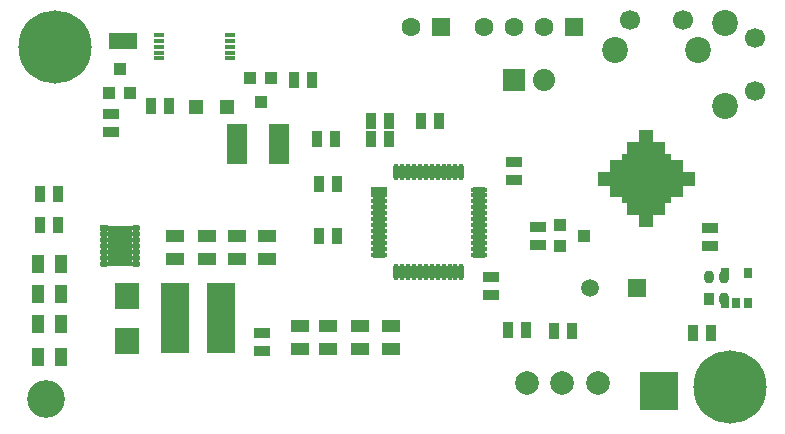
<source format=gts>
G04 (created by PCBNEW-RS274X (2012-01-19 BZR 3256)-stable) date 24/12/2012 01:38:18*
G01*
G70*
G90*
%MOIN*%
G04 Gerber Fmt 3.4, Leading zero omitted, Abs format*
%FSLAX34Y34*%
G04 APERTURE LIST*
%ADD10C,0.006000*%
%ADD11C,0.078700*%
%ADD12R,0.027800X0.037800*%
%ADD13R,0.043800X0.043800*%
%ADD14R,0.046400X0.052800*%
%ADD15R,0.125900X0.125900*%
%ADD16C,0.125900*%
%ADD17R,0.062900X0.062900*%
%ADD18C,0.062900*%
%ADD19R,0.035400X0.043200*%
%ADD20O,0.035400X0.043200*%
%ADD21R,0.062800X0.042800*%
%ADD22R,0.042800X0.062800*%
%ADD23R,0.032800X0.052800*%
%ADD24R,0.052800X0.032800*%
%ADD25R,0.055000X0.019600*%
%ADD26O,0.055000X0.019600*%
%ADD27O,0.019600X0.055000*%
%ADD28R,0.047200X0.047200*%
%ADD29R,0.073800X0.073800*%
%ADD30C,0.073800*%
%ADD31R,0.092400X0.236100*%
%ADD32R,0.066900X0.133800*%
%ADD33C,0.244000*%
%ADD34R,0.078700X0.086500*%
%ADD35R,0.078700X0.137700*%
%ADD36O,0.029500X0.019600*%
%ADD37R,0.029500X0.019600*%
%ADD38R,0.037800X0.017600*%
%ADD39R,0.059000X0.059000*%
%ADD40C,0.059000*%
%ADD41C,0.066900*%
%ADD42C,0.086500*%
%ADD43R,0.062800X0.062800*%
%ADD44C,0.062800*%
G04 APERTURE END LIST*
G54D10*
G54D11*
X65050Y-40150D03*
X66231Y-40150D03*
X63869Y-40150D03*
G54D12*
X70475Y-37500D03*
X71225Y-37500D03*
X70475Y-36500D03*
X70850Y-37500D03*
X71225Y-36500D03*
G54D13*
X54655Y-29985D03*
X55355Y-29985D03*
X55005Y-30785D03*
X50650Y-30500D03*
X49950Y-30500D03*
X50300Y-29700D03*
X64976Y-35607D03*
X64976Y-34907D03*
X65776Y-35257D03*
G54D14*
X50168Y-28750D03*
X50632Y-28750D03*
G54D15*
X68262Y-40435D03*
G54D16*
X47850Y-40700D03*
G54D17*
X65450Y-28300D03*
G54D18*
X64450Y-28300D03*
X63450Y-28300D03*
X62450Y-28300D03*
G54D19*
X69944Y-37374D03*
G54D20*
X70456Y-37374D03*
X70456Y-36626D03*
X69944Y-36626D03*
G54D21*
X55200Y-35275D03*
X55200Y-36025D03*
G54D22*
X48325Y-37200D03*
X47575Y-37200D03*
G54D21*
X53200Y-35275D03*
X53200Y-36025D03*
X52150Y-35275D03*
X52150Y-36025D03*
G54D22*
X48325Y-39300D03*
X47575Y-39300D03*
X48325Y-38200D03*
X47575Y-38200D03*
G54D21*
X54200Y-35275D03*
X54200Y-36025D03*
G54D22*
X48325Y-36200D03*
X47575Y-36200D03*
G54D23*
X64762Y-38430D03*
X65362Y-38430D03*
X48250Y-33850D03*
X47650Y-33850D03*
X63252Y-38411D03*
X63852Y-38411D03*
G54D24*
X64252Y-35576D03*
X64252Y-34976D03*
G54D23*
X60930Y-31417D03*
X60330Y-31417D03*
G54D24*
X49996Y-31198D03*
X49996Y-31798D03*
G54D23*
X56122Y-30061D03*
X56722Y-30061D03*
G54D25*
X58927Y-33717D03*
G54D26*
X58927Y-33913D03*
X58927Y-34110D03*
X58927Y-34307D03*
X58927Y-34504D03*
X58927Y-34701D03*
X58927Y-34898D03*
X58927Y-35095D03*
X58927Y-35291D03*
X58927Y-35488D03*
X58927Y-35685D03*
X58926Y-35882D03*
G54D27*
X59519Y-36473D03*
X59715Y-36473D03*
X59912Y-36473D03*
X60109Y-36473D03*
X60306Y-36473D03*
X60503Y-36473D03*
X60700Y-36473D03*
X60896Y-36473D03*
X61093Y-36473D03*
X61290Y-36473D03*
X61486Y-36473D03*
X61683Y-36473D03*
G54D26*
X62274Y-35883D03*
X62274Y-35686D03*
X62274Y-35489D03*
X62274Y-35292D03*
X62274Y-35095D03*
X62274Y-34898D03*
X62274Y-34701D03*
X62274Y-34505D03*
X62274Y-34308D03*
X62274Y-34111D03*
X62274Y-33914D03*
X62274Y-33717D03*
G54D27*
X61683Y-33127D03*
X61486Y-33127D03*
X61289Y-33127D03*
X61092Y-33127D03*
X60895Y-33127D03*
X60698Y-33127D03*
X60502Y-33127D03*
X60305Y-33127D03*
X60108Y-33127D03*
X59911Y-33127D03*
X59714Y-33127D03*
X59517Y-33127D03*
G54D28*
X68047Y-33153D03*
X67653Y-33153D03*
X67653Y-33547D03*
X68047Y-33547D03*
X68441Y-33547D03*
X68441Y-33153D03*
X68441Y-32759D03*
X68047Y-32759D03*
X67653Y-32759D03*
X67259Y-32759D03*
X67259Y-33153D03*
X67259Y-33547D03*
X67259Y-33941D03*
X67653Y-33941D03*
X68047Y-33941D03*
X68441Y-33941D03*
X68834Y-32956D03*
X68834Y-33350D03*
X68834Y-33744D03*
X68244Y-32366D03*
X67850Y-32366D03*
X67456Y-32366D03*
X66866Y-32956D03*
X66866Y-33350D03*
X66866Y-33744D03*
X67456Y-34334D03*
X67850Y-34334D03*
X68244Y-34334D03*
X66472Y-33350D03*
X67850Y-31972D03*
X69228Y-33350D03*
X67850Y-34728D03*
G54D29*
X63450Y-30050D03*
G54D30*
X64450Y-30050D03*
G54D31*
X53658Y-38000D03*
X52142Y-38000D03*
G54D32*
X55593Y-32196D03*
X54215Y-32196D03*
G54D33*
X48150Y-28950D03*
X70650Y-40300D03*
G54D28*
X52838Y-30950D03*
X53862Y-30950D03*
G54D34*
X50551Y-38781D03*
X50551Y-37281D03*
G54D35*
X50300Y-35600D03*
G54D36*
X50831Y-35600D03*
X49769Y-35600D03*
X50831Y-35403D03*
X50831Y-35206D03*
X50831Y-35009D03*
X50831Y-35797D03*
X50831Y-35994D03*
X50831Y-36191D03*
X49769Y-35403D03*
X49769Y-35206D03*
G54D37*
X49769Y-35009D03*
G54D36*
X49769Y-35797D03*
X49769Y-35994D03*
X49769Y-36191D03*
G54D38*
X53980Y-29346D03*
X53980Y-29149D03*
X53980Y-28952D03*
X53980Y-28755D03*
X53980Y-28558D03*
X51618Y-28558D03*
X51618Y-28755D03*
X51618Y-28952D03*
X51618Y-29149D03*
X51618Y-29346D03*
G54D21*
X58300Y-38275D03*
X58300Y-39025D03*
X56308Y-38275D03*
X56308Y-39025D03*
X57250Y-38275D03*
X57250Y-39025D03*
X59350Y-38275D03*
X59350Y-39025D03*
G54D23*
X58676Y-31417D03*
X59276Y-31417D03*
G54D24*
X62677Y-36629D03*
X62677Y-37229D03*
X69971Y-35600D03*
X69971Y-35000D03*
G54D23*
X69400Y-38500D03*
X70000Y-38500D03*
G54D24*
X63431Y-33397D03*
X63431Y-32797D03*
G54D23*
X58676Y-32047D03*
X59276Y-32047D03*
X57544Y-35276D03*
X56944Y-35276D03*
X56936Y-33527D03*
X57536Y-33527D03*
X48250Y-34900D03*
X47650Y-34900D03*
G54D24*
X55050Y-38500D03*
X55050Y-39100D03*
G54D23*
X56865Y-32047D03*
X57465Y-32047D03*
X51954Y-30945D03*
X51354Y-30945D03*
G54D39*
X67537Y-37000D03*
G54D40*
X65963Y-37000D03*
G54D41*
X71469Y-28664D03*
X71469Y-30436D03*
G54D42*
X70485Y-28172D03*
X70485Y-30928D03*
G54D41*
X67314Y-28081D03*
X69086Y-28081D03*
G54D42*
X66822Y-29065D03*
X69578Y-29065D03*
G54D43*
X61000Y-28300D03*
G54D44*
X60000Y-28300D03*
M02*

</source>
